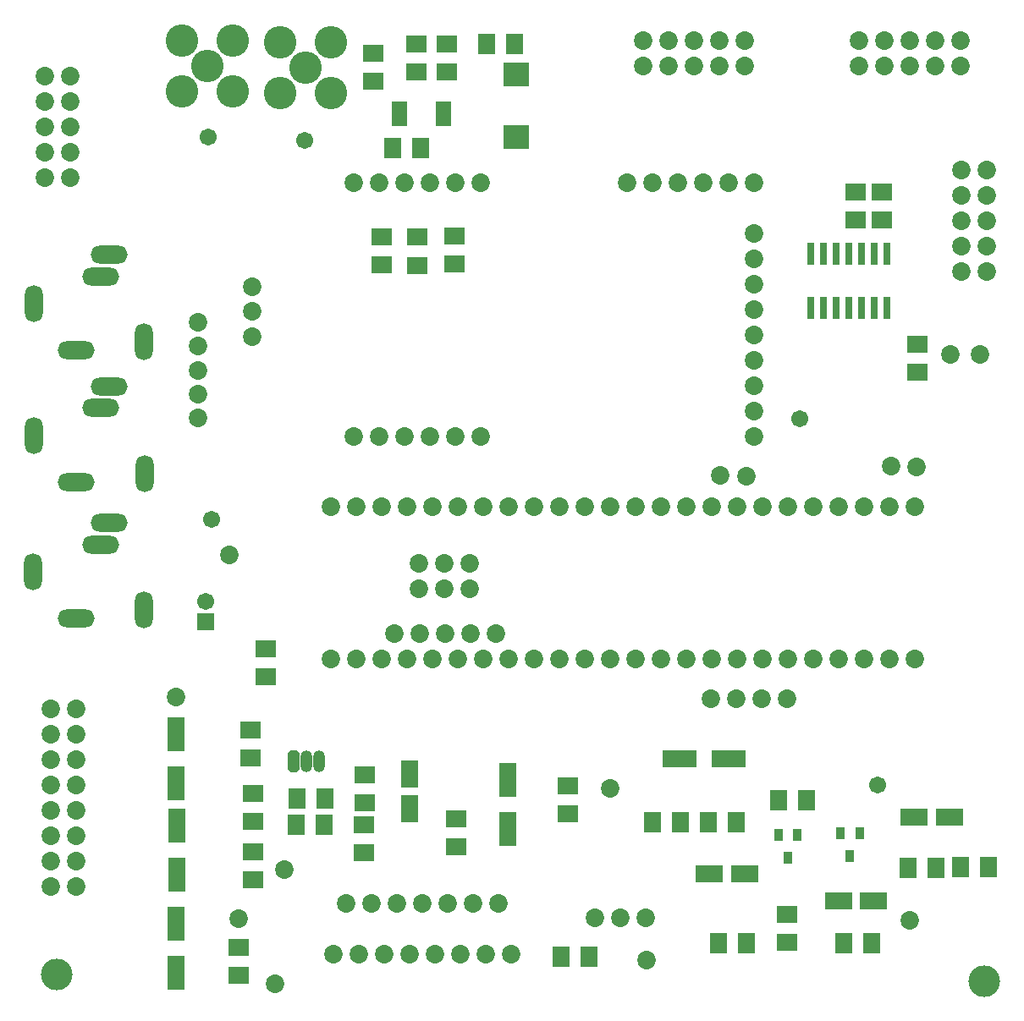
<source format=gbr>
G04 DipTrace 3.3.1.1*
G04 TopMask.gbr*
%MOIN*%
G04 #@! TF.FileFunction,Soldermask,Top*
G04 #@! TF.Part,Single*
%AMOUTLINE1*
4,1,8,
-0.023701,-0.031191,
-0.011506,-0.043386,
0.011506,-0.043386,
0.023701,-0.031191,
0.023701,0.031191,
0.011506,0.043386,
-0.011506,0.043386,
-0.023701,0.031191,
-0.023701,-0.031191,
0*%
%ADD49C,0.125*%
%ADD55R,0.10252X0.094646*%
%ADD57R,0.06315X0.019843*%
%ADD59R,0.031654X0.086772*%
%ADD61R,0.033622X0.04937*%
%ADD63O,0.047402X0.086772*%
%ADD65C,0.067087*%
%ADD67C,0.128031*%
%ADD69C,0.073031*%
%ADD71C,0.067087*%
%ADD73R,0.067087X0.067087*%
%ADD75O,0.145827X0.071024*%
%ADD77O,0.071024X0.145827*%
%ADD79R,0.071024X0.108425*%
%ADD81R,0.132047X0.071024*%
%ADD83R,0.108425X0.071024*%
%ADD85R,0.071024X0.078898*%
%ADD87R,0.078898X0.071024*%
%ADD89R,0.071024X0.132047*%
%ADD97OUTLINE1*%
%FSLAX26Y26*%
G04*
G70*
G90*
G75*
G01*
G04 TopMask*
%LPD*%
D89*
X1022336Y1489051D3*
Y1296138D3*
D87*
X1325920Y915558D3*
Y1025794D3*
D89*
X1025273Y1130076D3*
Y937163D3*
D87*
X1378394Y1826232D3*
Y1715996D3*
X3942127Y3028197D3*
Y2917961D3*
D85*
X1607990Y1134668D3*
X1497753D3*
D87*
X1269923Y538902D3*
Y649138D3*
D89*
X1022336Y744664D3*
Y551751D3*
D87*
X3802706Y3516378D3*
Y3626614D3*
D83*
X3931545Y1162793D3*
X4069340D3*
X3632761Y832218D3*
X3770556D3*
D85*
X3653559Y668457D3*
X3763795D3*
D81*
X3198881Y1392513D3*
X3005967D3*
D83*
X3262806Y940488D3*
X3125010D3*
D85*
X1988230Y3799577D3*
X1877993D3*
D87*
X1800423Y4174520D3*
Y4064283D3*
D85*
X2246192Y4208811D3*
X2356428D3*
D89*
X2330126Y1115971D3*
Y1308885D3*
D87*
X2567635Y1285596D3*
Y1175360D3*
D79*
X1944657Y1196100D3*
Y1333895D3*
D85*
X2541375Y613298D3*
X2651612D3*
D77*
X463295Y2667551D3*
D75*
X760772Y2861696D3*
X728289Y2775642D3*
X630915Y2482974D3*
D77*
X898929Y2517864D3*
D49*
X4205203Y518499D3*
X555026Y543555D3*
D73*
X1138903Y1933307D3*
D71*
Y2012047D3*
D85*
X3270419Y668446D3*
X3160182D3*
D87*
X2128413Y1156388D3*
Y1046152D3*
D77*
X461720Y2130322D3*
D75*
X759197Y2324466D3*
X726714Y2238412D3*
X629340Y1945744D3*
D77*
X897354Y1980634D3*
D69*
X3332782Y2385976D3*
X3913912Y4122690D3*
X1632782Y2385976D3*
X1732782D3*
X2876551Y599736D3*
X3713913Y4222690D3*
X1832782Y2385976D3*
X3713913Y4122690D3*
X1932782Y2385976D3*
X2178598Y2063018D3*
D67*
X1634213Y4216587D3*
D69*
X3913912Y4222690D3*
X2178598Y2163018D3*
X2863913Y4222690D3*
X2078598Y2063018D3*
Y2163018D3*
X3167522Y2508673D3*
X2863913Y4122690D3*
X1978598Y2063018D3*
Y2163018D3*
X3271798Y2507542D3*
X2032782Y2385976D3*
X2963912Y4222690D3*
X2132782Y2385976D3*
X2733509Y1276437D3*
X2232782Y2385976D3*
X1412671Y506063D3*
X2332782Y2385976D3*
X1270510Y764469D3*
X2432782Y2385976D3*
X1449945Y956654D3*
X2532782Y2385976D3*
X1024552Y1636886D3*
X3063912Y4122690D3*
X2632782Y2385976D3*
X3263912Y4122690D3*
X2732782Y2385976D3*
X3163913Y4222690D3*
X2832782Y2385976D3*
X2963912Y4122690D3*
X2932782Y2385976D3*
X3063912Y4222690D3*
X3032782Y2385976D3*
X3163913Y4122690D3*
X3132782Y2385976D3*
X3263912Y4222690D3*
X3232782Y2385976D3*
X3432782D3*
X3299058Y3464675D3*
X3532782Y2385976D3*
X3299058Y3364675D3*
X3632782Y2385976D3*
X3299058Y3264675D3*
X3732782Y2385976D3*
X3299058Y3164675D3*
X3832782Y2385976D3*
X3299058Y3064675D3*
X3932782Y2385976D3*
X3299058Y2964675D3*
X1632782Y1785976D3*
X3299058Y2864675D3*
X1732782Y1785976D3*
X3299058Y2764675D3*
X1832782Y1785976D3*
X2799058Y3664675D3*
X1932782Y1785976D3*
X2899058Y3664675D3*
X2032782Y1785976D3*
X2999058Y3664675D3*
X2132782Y1785976D3*
X3099058Y3664675D3*
X2232782Y1785976D3*
X3199058Y3664675D3*
X2332782Y1785976D3*
X3299058Y3664675D3*
X2432782Y1785976D3*
X2224307Y3663585D3*
X2532782Y1785976D3*
X1724307Y3663585D3*
X2632782Y1785976D3*
X1824307Y3663585D3*
X2732782Y1785976D3*
X1924307Y3663585D3*
X2832782Y1785976D3*
D67*
X1634213Y4016587D3*
D69*
X2932782Y1785976D3*
X2024307Y3663585D3*
X3032782Y1785976D3*
X2124307Y3663585D3*
X3132782Y1785976D3*
X2224307Y2663585D3*
X3232782Y1785976D3*
X1724307Y2663585D3*
X3332782Y1785976D3*
X1824307Y2663585D3*
X3432782Y1785976D3*
X1924307Y2663585D3*
X3813912Y4222690D3*
X3532782Y1785976D3*
X3632782D3*
X2024307Y2663585D3*
X4113912Y4122690D3*
X3732782Y1785976D3*
X4013913Y4222690D3*
X3832782Y1785976D3*
X3932782D3*
X2124307Y2663585D3*
X3230026Y1631055D3*
D67*
X1434213Y4016587D3*
D69*
X3330026Y1631055D3*
X3430026D3*
X1882782Y1885976D3*
X1324476Y3057188D3*
X2282782Y1885976D3*
X1324478Y3155312D3*
X1982782Y1885976D3*
D67*
X1434213Y4216587D3*
D69*
X2082782Y1885976D3*
D67*
X1534213Y4116587D3*
X1247908Y4223033D3*
D69*
X2182782Y1885976D3*
D67*
X1247908Y4023033D3*
X1047908D3*
D69*
X4216198Y3712331D3*
Y3612331D3*
Y3512331D3*
Y3412331D3*
Y3312331D3*
X3813912Y4122690D3*
X3299058Y2664675D3*
X4013913Y4122690D3*
X4113912Y4222690D3*
X4116198Y3712331D3*
Y3612331D3*
Y3412331D3*
Y3512331D3*
Y3312331D3*
X1322287Y3254297D3*
X4190038Y2988339D3*
X4071928D3*
D67*
X1047908Y4223033D3*
X1147908Y4123033D3*
D69*
X1111602Y2924975D3*
Y3113205D3*
Y3019091D3*
X3130026Y1631055D3*
X508434Y3683163D3*
X608434D3*
X3839560Y2546248D3*
X3940207Y2543017D3*
X529993Y1491390D3*
Y1391390D3*
X508434Y3783161D3*
X529993Y1291390D3*
X608434Y3883161D3*
X529993Y1191390D3*
X608434Y4083161D3*
X529993Y1091390D3*
X508434Y3983163D3*
X529993Y991390D3*
Y891390D3*
X1111602Y2830861D3*
X629993Y891390D3*
X608434Y3783161D3*
X629993Y991390D3*
X508434Y3883161D3*
X629993Y1091390D3*
X608434Y3983163D3*
X629993Y1191390D3*
X508434Y4083161D3*
X629993Y1291390D3*
X1232783Y2198184D3*
X629993Y1391390D3*
X1111602Y2736745D3*
X629993Y1491390D3*
Y1591390D3*
X529993D3*
D65*
X1149597Y3844336D3*
X1529430Y3831537D3*
X3481665Y2732430D3*
X1161907Y2337325D3*
X3787159Y1289332D3*
D69*
X3914346Y758276D3*
D97*
X1487558Y1382909D3*
D63*
X1537558D3*
X1587558D3*
D61*
X3715475Y1100034D3*
X3640672D3*
X3678073Y1009483D3*
X3470601Y1094403D3*
X3395798D3*
X3433199Y1003852D3*
D85*
X1499609Y1237207D3*
X1609845D3*
D87*
X1325252Y1255906D3*
Y1145669D3*
X1316734Y1507113D3*
Y1396877D3*
X3699214Y3516343D3*
Y3626579D3*
X1834029Y3341205D3*
Y3451441D3*
X1972709Y3338516D3*
Y3448752D3*
X2120448Y3343853D3*
Y3454089D3*
D85*
X4015454Y964352D3*
X3905218D3*
X4113173Y966402D3*
X4223409D3*
X3120514Y1145131D3*
X3230751D3*
X2899226Y1142345D3*
X3009462D3*
X3397639Y1231432D3*
X3507875D3*
D87*
X3430546Y668644D3*
Y778881D3*
X1970601Y4208811D3*
Y4098575D3*
X2088711Y4208811D3*
Y4098575D3*
X1766867Y1330993D3*
Y1220757D3*
X1762037Y1132551D3*
Y1022315D3*
D69*
X2674337Y768232D3*
X2774337D3*
X2874337D3*
D77*
X462579Y3186934D3*
D75*
X760055Y3381079D3*
X727572Y3295025D3*
X630198Y3002357D3*
D77*
X898213Y3037247D3*
D69*
X1642591Y623143D3*
X1692591Y823143D3*
X1742591Y623143D3*
X1792591Y823143D3*
X1842591Y623143D3*
X1892591Y823143D3*
X1942591Y623143D3*
X1992591Y823143D3*
X2042591Y623143D3*
X2092591Y823143D3*
X2142591Y623143D3*
X2192591Y823143D3*
X2242591Y623143D3*
X2292591Y823143D3*
X2342591Y623143D3*
D59*
X3522480Y3169927D3*
X3572480D3*
X3622480D3*
X3672480D3*
X3722480D3*
X3772480D3*
X3822480D3*
Y3382525D3*
X3772480D3*
X3722480D3*
X3672480D3*
X3622480D3*
X3572480D3*
X3522480D3*
D57*
X2075470Y3895705D3*
Y3915390D3*
Y3935075D3*
Y3954760D3*
Y3974445D3*
X1902241D3*
Y3954760D3*
Y3935075D3*
Y3915390D3*
Y3895705D3*
D55*
X2364302Y4090701D3*
Y3842669D3*
M02*

</source>
